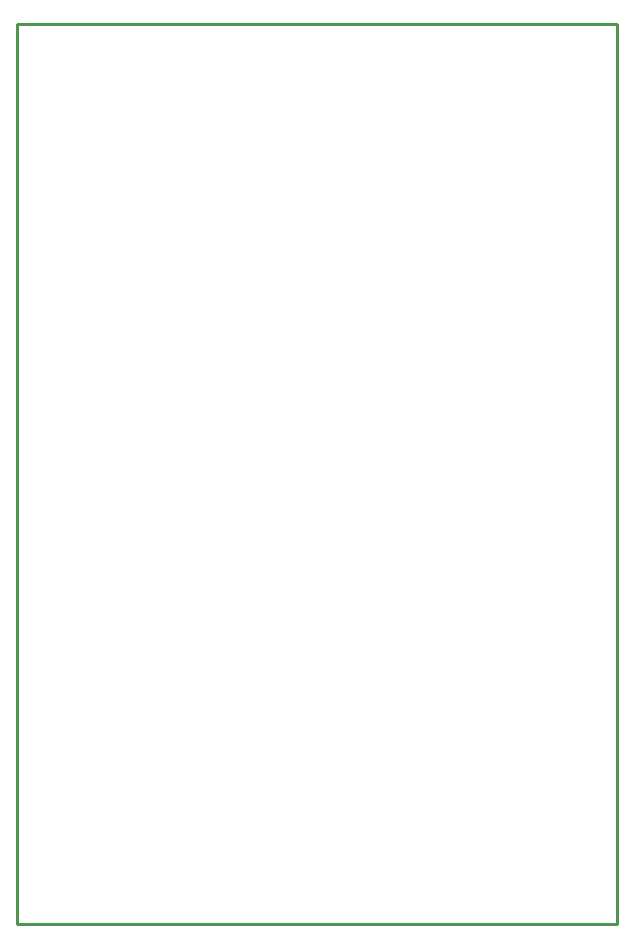
<source format=gbr>
G04 EAGLE Gerber RS-274X export*
G75*
%MOMM*%
%FSLAX34Y34*%
%LPD*%
%IN*%
%IPPOS*%
%AMOC8*
5,1,8,0,0,1.08239X$1,22.5*%
G01*
G04 Define Apertures*
%ADD10C,0.254000*%
D10*
X0Y-762000D02*
X508000Y-762000D01*
X508000Y0D01*
X0Y0D01*
X0Y-762000D01*
M02*

</source>
